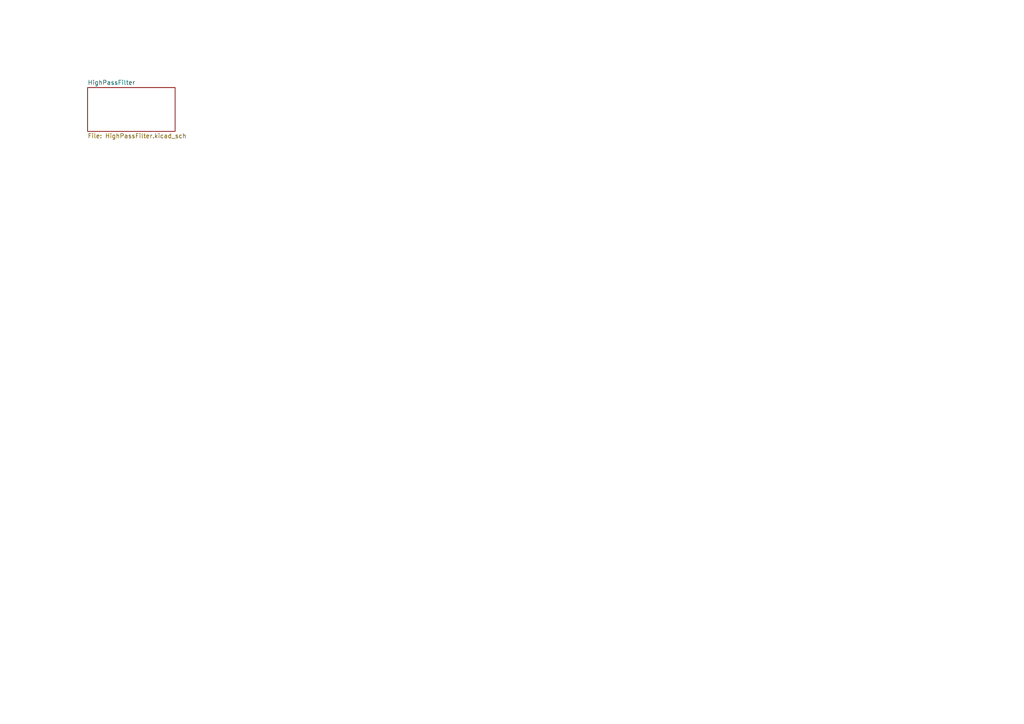
<source format=kicad_sch>
(kicad_sch (version 20211123) (generator eeschema)
  (paper "A4")
  (lib_symbols)
  (sheet (at 25.4 25.4) (size 25.4 12.7) (stroke (width 0.1524))
    (property "Sheet name" "HighPassFilter" (at 25.4 24.6884 0) (effects (justify left bottom)))
    (property "Sheet file" "HighPassFilter.kicad_sch" (at 25.4 38.6846 0) (effects (justify left top)))
  )
)
</source>
